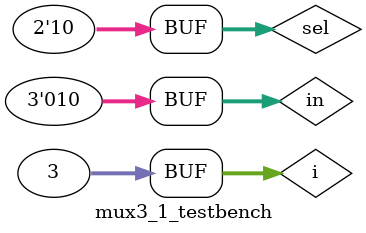
<source format=sv>
`timescale 1ns/10ps
module mux3_1(out, in, sel);
 output logic out;
 input logic [2:0] in;
 input logic [1:0] sel;

 logic v0;

 mux2_1 m0 (.out(v0), .in(in[1:0]), .sel(sel[0]));
 mux2_1 m  (.out, .in({in[2], v0}), .sel(sel[1]));
endmodule

module mux3_1_testbench();
 logic [2:0] in;
 logic [1:0] sel;
 logic out;

 mux3_1 dut (.out, .in, .sel);

 integer i;
 initial begin
		in[0] = 0; in[1] = 1; in[2] = 0;
	 for (i = 0; i < 3; i++) begin
		sel = i; #10;
		
	end

 end
endmodule

</source>
